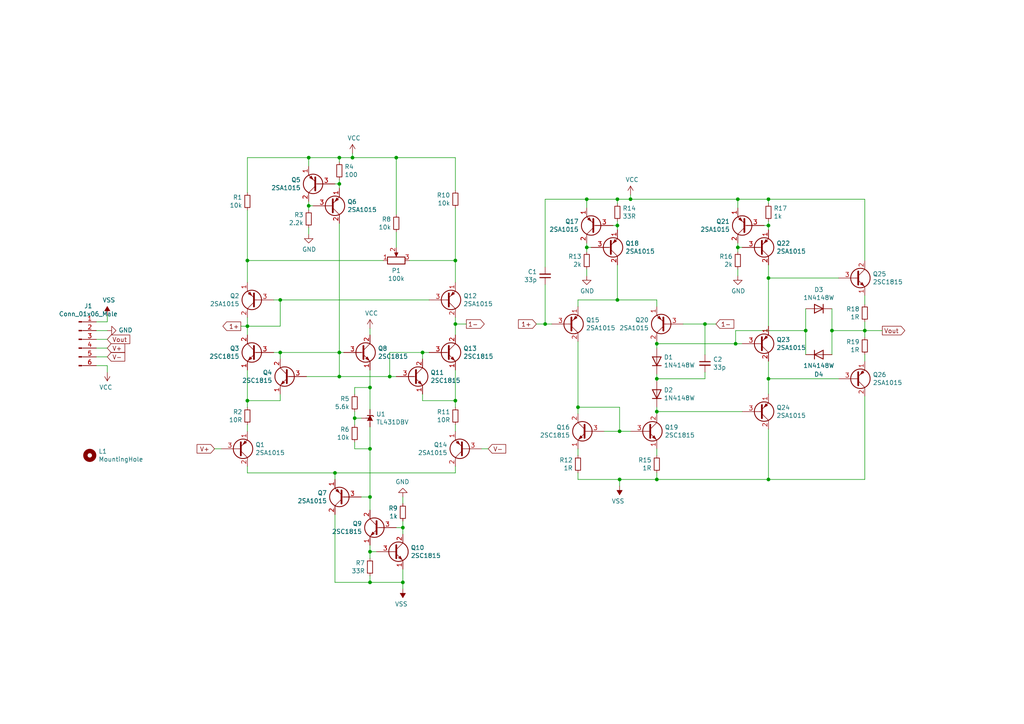
<source format=kicad_sch>
(kicad_sch (version 20230121) (generator eeschema)
  (paper "A4")
  (title_block (title "Ouroboros operational amplifier") (date "2019-05-24") (rev "1.0") (company "Designed by Álvaro \"Gondolindrim\"") (comment 1 "Ouroboros is part of the Acheron Project"))
  (lib_symbols
    (symbol "Device:C_Small" (pin_numbers hide) (pin_names (offset 0.254) hide)
      (property "Reference" "C" (at 0.254 1.778 0))
      (property "Value" "C_Small" (at 0.254 -2.032 0))
      (symbol "C_Small_0_1"
        (polyline (pts (xy -1.524 -0.508) (xy 1.524 -0.508)) (stroke (width 0.3302)))
        (polyline (pts (xy -1.524 0.508) (xy 1.524 0.508)) (stroke (width 0.3048)))
      )
      (symbol "C_Small_1_1"
        (pin passive line (at 0 2.54 270) (length 2.032) (name "~") (number "1"))
        (pin passive line (at 0 -2.54 90) (length 2.032) (name "~") (number "2"))
      )
    )
    (symbol "Device:R_Small" (pin_numbers hide) (pin_names (offset 0.254) hide)
      (property "Reference" "R" (at 0.762 0.508 0))
      (property "Value" "R_Small" (at 0.762 -1.016 0))
      (symbol "R_Small_0_1"
        (rectangle (start -0.762 1.778) (end 0.762 -1.778) (stroke (width 0.2032)))
      )
      (symbol "R_Small_1_1"
        (pin passive line (at 0 2.54 270) (length 0.762) (name "~") (number "1"))
        (pin passive line (at 0 -2.54 90) (length 0.762) (name "~") (number "2"))
      )
    )
    (symbol "Diode:1N4148W" (pin_numbers hide) (pin_names hide)
      (property "Reference" "D" (at 0 2.54 0))
      (property "Value" "1N4148W" (at 0 -2.54 0))
      (symbol "1N4148W_0_1"
        (polyline (pts (xy -1.27 1.27) (xy -1.27 -1.27)) (stroke (width 0.254)))
        (polyline (pts (xy 1.27 0) (xy -1.27 0)))
        (polyline (pts (xy 1.27 1.27) (xy 1.27 -1.27) (xy -1.27 0) (xy 1.27 1.27)) (stroke (width 0.254)))
      )
      (symbol "1N4148W_1_1"
        (pin passive line (at -3.81 0 0) (length 2.54) (name "K") (number "1"))
        (pin passive line (at 3.81 0 180) (length 2.54) (name "A") (number "2"))
      )
    )
    (symbol "Mechanical:MountingHole" (pin_names (offset 1.016))
      (property "Reference" "H" (at 0 5.08 0))
      (property "Value" "MountingHole" (at 0 3.175 0))
      (symbol "MountingHole_0_1"
        (circle (center 0 0) (radius 1.27) (stroke (width 1.27)))
      )
    )
    (symbol "Reference_Voltage:TL431DBV" (pin_numbers hide) (pin_names hide)
      (property "Reference" "U" (at 0 -2.54 0))
      (property "Value" "TL431DBV" (at 0 -4.445 0))
      (symbol "TL431DBV_0_1"
        (polyline (pts (xy -2.54 0) (xy 0 0) (xy 2.54 0)))
        (polyline (pts (xy -0.762 0.762) (xy 0.762 0) (xy -0.762 -0.762)) (fill (type outline)))
        (polyline (pts (xy 0.508 -1.016) (xy 0.762 -0.762) (xy 0.762 0.762) (xy 0.762 0.762)) (stroke (width 0.254)))
      )
      (symbol "TL431DBV_1_1"
        (polyline (pts (xy 0 1.27) (xy 0 0)))
        (pin passive line (at 2.54 0 180) (length 1.27) (name "K") (number "3"))
        (pin passive line (at 0 2.54 270) (length 2.54) (name "REF") (number "4"))
        (pin passive line (at -2.54 0 0) (length 1.27) (name "A") (number "5"))
      )
    )
    (symbol "Transistor_BJT:2SA1015" (pin_names (offset 0) hide)
      (property "Reference" "Q" (at 5.08 1.905 0))
      (property "Value" "2SA1015" (at 5.08 0 0))
      (symbol "2SA1015_0_1"
        (polyline (pts (xy 0 0) (xy 0.635 0)))
        (polyline (pts (xy 2.54 -2.54) (xy 0.635 -0.635)))
        (polyline (pts (xy 2.54 2.54) (xy 0.635 0.635)))
        (polyline (pts (xy 0.635 1.905) (xy 0.635 -1.905) (xy 0.635 -1.905)) (stroke (width 0.508)) (fill (type outline)))
        (polyline (pts (xy 1.778 -2.286) (xy 2.286 -1.778) (xy 1.27 -1.27) (xy 1.778 -2.286) (xy 1.778 -2.286)) (fill (type outline)))
        (circle (center 1.27 0) (radius 2.8194) (stroke (width 0.254)))
      )
      (symbol "2SA1015_1_1"
        (pin passive line (at 2.54 -5.08 90) (length 2.54) (name "E") (number "1"))
        (pin passive line (at 2.54 5.08 270) (length 2.54) (name "C") (number "2"))
        (pin input line (at -5.08 0 0) (length 5.08) (name "B") (number "3"))
      )
    )
    (symbol "Transistor_BJT:2SC1815" (pin_names (offset 0) hide)
      (property "Reference" "Q" (at 5.08 1.905 0))
      (property "Value" "2SC1815" (at 5.08 0 0))
      (symbol "2SC1815_0_1"
        (polyline (pts (xy 0 0) (xy 0.508 0)))
        (polyline (pts (xy 0.635 0.635) (xy 2.54 2.54)))
        (polyline (pts (xy 0.635 -0.635) (xy 2.54 -2.54) (xy 2.54 -2.54)))
        (polyline (pts (xy 0.635 1.905) (xy 0.635 -1.905) (xy 0.635 -1.905)) (stroke (width 0.508)))
        (polyline (pts (xy 1.27 -1.778) (xy 1.778 -1.27) (xy 2.286 -2.286) (xy 1.27 -1.778) (xy 1.27 -1.778)) (fill (type outline)))
        (circle (center 1.27 0) (radius 2.8194) (stroke (width 0.254)))
      )
      (symbol "2SC1815_1_1"
        (pin passive line (at 2.54 -5.08 90) (length 2.54) (name "E") (number "1"))
        (pin passive line (at 2.54 5.08 270) (length 2.54) (name "C") (number "2"))
        (pin input line (at -5.08 0 0) (length 5.08) (name "B") (number "3"))
      )
    )
    (symbol "ouroboros-rescue:Conn_01x06_Male-Connector" (pin_names (offset 1.016) hide)
      (property "Reference" "J" (at 0 7.62 0))
      (property "Value" "Connector_Conn_01x06_Male" (at 0 -10.16 0))
      (symbol "Conn_01x06_Male-Connector_1_1"
        (polyline (pts (xy 1.27 -7.62) (xy 0.8636 -7.62)) (stroke (width 0.1524)))
        (polyline (pts (xy 1.27 -5.08) (xy 0.8636 -5.08)) (stroke (width 0.1524)))
        (polyline (pts (xy 1.27 -2.54) (xy 0.8636 -2.54)) (stroke (width 0.1524)))
        (polyline (pts (xy 1.27 0) (xy 0.8636 0)) (stroke (width 0.1524)))
        (polyline (pts (xy 1.27 2.54) (xy 0.8636 2.54)) (stroke (width 0.1524)))
        (polyline (pts (xy 1.27 5.08) (xy 0.8636 5.08)) (stroke (width 0.1524)))
        (rectangle (start 0.8636 -7.493) (end 0 -7.747) (stroke (width 0.1524)) (fill (type outline)))
        (rectangle (start 0.8636 -4.953) (end 0 -5.207) (stroke (width 0.1524)) (fill (type outline)))
        (rectangle (start 0.8636 -2.413) (end 0 -2.667) (stroke (width 0.1524)) (fill (type outline)))
        (rectangle (start 0.8636 0.127) (end 0 -0.127) (stroke (width 0.1524)) (fill (type outline)))
        (rectangle (start 0.8636 2.667) (end 0 2.413) (stroke (width 0.1524)) (fill (type outline)))
        (rectangle (start 0.8636 5.207) (end 0 4.953) (stroke (width 0.1524)) (fill (type outline)))
        (pin passive line (at 5.08 5.08 180) (length 3.81) (name "Pin_1") (number "1"))
        (pin passive line (at 5.08 2.54 180) (length 3.81) (name "Pin_2") (number "2"))
        (pin passive line (at 5.08 0 180) (length 3.81) (name "Pin_3") (number "3"))
        (pin passive line (at 5.08 -2.54 180) (length 3.81) (name "Pin_4") (number "4"))
        (pin passive line (at 5.08 -5.08 180) (length 3.81) (name "Pin_5") (number "5"))
        (pin passive line (at 5.08 -7.62 180) (length 3.81) (name "Pin_6") (number "6"))
      )
    )
    (symbol "ouroboros-rescue:R_POT-Device" (pin_names (offset 1.016) hide)
      (property "Reference" "RV" (at -4.445 0 90))
      (property "Value" "Device_R_POT" (at -2.54 0 90))
      (symbol "R_POT-Device_0_1"
        (polyline (pts (xy 2.54 0) (xy 1.524 0)))
        (polyline (pts (xy 1.143 0) (xy 2.286 0.508) (xy 2.286 -0.508) (xy 1.143 0)) (fill (type outline)))
        (rectangle (start 1.016 2.54) (end -1.016 -2.54) (stroke (width 0.254)))
      )
      (symbol "R_POT-Device_1_1"
        (pin passive line (at 0 3.81 270) (length 1.27) (name "1") (number "1"))
        (pin passive line (at 3.81 0 180) (length 1.27) (name "2") (number "2"))
        (pin passive line (at 0 -3.81 90) (length 1.27) (name "3") (number "3"))
      )
    )
    (symbol "power:GND" (power) (pin_names (offset 0))
      (property "Value" "GND" (at 0 -3.81 0))
      (symbol "GND_0_1"
        (polyline (pts (xy 0 0) (xy 0 -1.27) (xy 1.27 -1.27) (xy 0 -2.54) (xy -1.27 -1.27) (xy 0 -1.27)))
      )
      (symbol "GND_1_1"
        (pin power_in line (at 0 0 270) (length 0) hide (name "GND") (number "1"))
      )
    )
    (symbol "power:VCC" (power) (pin_names (offset 0))
      (property "Value" "VCC" (at 0 3.81 0))
      (symbol "VCC_0_1"
        (polyline (pts (xy -0.762 1.27) (xy 0 2.54)))
        (polyline (pts (xy 0 0) (xy 0 2.54)))
        (polyline (pts (xy 0 2.54) (xy 0.762 1.27)))
      )
      (symbol "VCC_1_1"
        (pin power_in line (at 0 0 90) (length 0) hide (name "VCC") (number "1"))
      )
    )
    (symbol "power:VSS" (power) (pin_names (offset 0))
      (property "Value" "VSS" (at 0 3.81 0))
      (symbol "VSS_0_1"
        (polyline (pts (xy 0 0) (xy 0 2.54)))
        (polyline (pts (xy 0.762 1.27) (xy -0.762 1.27) (xy 0 2.54) (xy 0.762 1.27)) (fill (type outline)))
      )
      (symbol "VSS_1_1"
        (pin power_in line (at 0 0 90) (length 0) hide (name "VSS") (number "1"))
      )
    )
  )
  (junction (at 71.755 75.565))
  (junction (at 98.425 53.34))
  (junction (at 190.5 139.065))
  (junction (at 132.08 116.205))
  (junction (at 107.315 130.175))
  (junction (at 222.885 80.645))
  (junction (at 98.425 102.235))
  (junction (at 107.315 160.02))
  (junction (at 222.885 139.065))
  (junction (at 190.5 99.695))
  (junction (at 170.18 57.785))
  (junction (at 158.115 93.98))
  (junction (at 98.425 109.22))
  (junction (at 71.755 94.615))
  (junction (at 71.755 116.205))
  (junction (at 113.03 109.22))
  (junction (at 89.535 59.69))
  (junction (at 81.28 102.235))
  (junction (at 132.08 93.98))
  (junction (at 107.315 144.145))
  (junction (at 179.705 125.095))
  (junction (at 222.885 109.855))
  (junction (at 222.885 57.785))
  (junction (at 107.315 168.91))
  (junction (at 167.64 118.11))
  (junction (at 98.425 45.72))
  (junction (at 222.885 65.405))
  (junction (at 89.535 45.72))
  (junction (at 132.08 75.565))
  (junction (at 179.07 86.995))
  (junction (at 190.5 109.855))
  (junction (at 190.5 119.38))
  (junction (at 213.36 99.695))
  (junction (at 179.07 65.405))
  (junction (at 122.555 102.235))
  (junction (at 179.705 139.065))
  (junction (at 102.87 121.285))
  (junction (at 250.825 95.885))
  (junction (at 116.84 168.91))
  (junction (at 213.995 71.755))
  (junction (at 116.84 153.035))
  (junction (at 102.235 45.72))
  (junction (at 97.155 137.16))
  (junction (at 233.68 95.885))
  (junction (at 241.3 95.885))
  (junction (at 107.315 112.395))
  (junction (at 114.935 45.72))
  (junction (at 182.88 57.785))
  (junction (at 213.995 57.785))
  (junction (at 179.07 57.785))
  (junction (at 81.28 86.995))
  (junction (at 170.18 71.755))
  (junction (at 204.47 93.98))
  (wire (pts (xy 250.825 139.065) (xy 250.825 114.935)))
  (wire (pts (xy 114.935 71.755) (xy 114.935 67.31)))
  (wire (pts (xy 116.84 151.13) (xy 116.84 153.035)))
  (wire (pts (xy 107.315 107.315) (xy 107.315 112.395)))
  (wire (pts (xy 190.5 137.16) (xy 190.5 139.065)))
  (wire (pts (xy 71.755 94.615) (xy 71.755 97.155)))
  (wire (pts (xy 98.425 109.22) (xy 113.03 109.22)))
  (wire (pts (xy 116.84 170.815) (xy 116.84 168.91)))
  (wire (pts (xy 233.68 95.885) (xy 213.36 95.885)))
  (wire (pts (xy 81.28 102.235) (xy 98.425 102.235)))
  (wire (pts (xy 222.885 124.46) (xy 222.885 139.065)))
  (wire (pts (xy 222.885 59.055) (xy 222.885 57.785)))
  (wire (pts (xy 104.775 121.285) (xy 102.87 121.285)))
  (wire (pts (xy 113.03 109.22) (xy 114.935 109.22)))
  (wire (pts (xy 241.3 89.535) (xy 241.3 95.885)))
  (wire (pts (xy 71.755 116.205) (xy 71.755 107.315)))
  (wire (pts (xy 222.885 57.785) (xy 250.825 57.785)))
  (wire (pts (xy 160.02 93.98) (xy 158.115 93.98)))
  (wire (pts (xy 171.45 71.755) (xy 170.18 71.755)))
  (wire (pts (xy 102.87 119.38) (xy 102.87 121.285)))
  (wire (pts (xy 222.885 109.855) (xy 222.885 114.3)))
  (wire (pts (xy 135.255 93.98) (xy 132.08 93.98)))
  (wire (pts (xy 213.995 73.025) (xy 213.995 71.755)))
  (wire (pts (xy 114.935 45.72) (xy 132.08 45.72)))
  (wire (pts (xy 190.5 109.855) (xy 204.47 109.855)))
  (wire (pts (xy 170.18 71.755) (xy 170.18 70.485)))
  (wire (pts (xy 81.28 86.995) (xy 124.46 86.995)))
  (wire (pts (xy 90.805 59.69) (xy 89.535 59.69)))
  (wire (pts (xy 250.825 97.79) (xy 250.825 95.885)))
  (wire (pts (xy 250.825 95.885) (xy 250.825 93.345)))
  (wire (pts (xy 98.425 45.72) (xy 102.235 45.72)))
  (wire (pts (xy 114.935 62.23) (xy 114.935 45.72)))
  (wire (pts (xy 222.885 104.775) (xy 222.885 109.855)))
  (wire (pts (xy 141.605 130.175) (xy 139.7 130.175)))
  (wire (pts (xy 71.755 92.075) (xy 71.755 94.615)))
  (wire (pts (xy 116.84 153.035) (xy 116.84 154.94)))
  (wire (pts (xy 190.5 99.695) (xy 190.5 99.06)))
  (wire (pts (xy 250.825 75.565) (xy 250.825 57.785)))
  (wire (pts (xy 122.555 114.3) (xy 122.555 116.205)))
  (wire (pts (xy 107.315 167.005) (xy 107.315 168.91)))
  (wire (pts (xy 182.88 56.515) (xy 182.88 57.785)))
  (wire (pts (xy 111.125 75.565) (xy 71.755 75.565)))
  (wire (pts (xy 179.07 57.785) (xy 182.88 57.785)))
  (wire (pts (xy 213.995 57.785) (xy 213.995 60.325)))
  (wire (pts (xy 88.9 109.22) (xy 98.425 109.22)))
  (wire (pts (xy 71.755 75.565) (xy 71.755 81.915)))
  (wire (pts (xy 102.87 112.395) (xy 107.315 112.395)))
  (wire (pts (xy 71.755 45.72) (xy 89.535 45.72)))
  (wire (pts (xy 204.47 109.855) (xy 204.47 107.95)))
  (wire (pts (xy 31.115 106.045) (xy 27.94 106.045)))
  (wire (pts (xy 250.825 104.775) (xy 250.825 102.87)))
  (wire (pts (xy 132.08 81.915) (xy 132.08 75.565)))
  (wire (pts (xy 241.3 95.885) (xy 250.825 95.885)))
  (wire (pts (xy 190.5 100.965) (xy 190.5 99.695)))
  (wire (pts (xy 62.23 130.175) (xy 64.135 130.175)))
  (wire (pts (xy 190.5 86.995) (xy 190.5 88.9)))
  (wire (pts (xy 98.425 102.235) (xy 99.695 102.235)))
  (wire (pts (xy 170.18 80.01) (xy 170.18 78.105)))
  (wire (pts (xy 71.755 116.205) (xy 71.755 118.11)))
  (wire (pts (xy 81.28 102.235) (xy 81.28 104.14)))
  (wire (pts (xy 97.155 168.91) (xy 107.315 168.91)))
  (wire (pts (xy 31.115 93.345) (xy 27.94 93.345)))
  (wire (pts (xy 97.155 139.065) (xy 97.155 137.16)))
  (wire (pts (xy 122.555 102.235) (xy 124.46 102.235)))
  (wire (pts (xy 221.615 65.405) (xy 222.885 65.405)))
  (wire (pts (xy 167.64 86.995) (xy 179.07 86.995)))
  (wire (pts (xy 71.755 60.96) (xy 71.755 75.565)))
  (wire (pts (xy 79.375 86.995) (xy 81.28 86.995)))
  (wire (pts (xy 222.885 80.645) (xy 222.885 94.615)))
  (wire (pts (xy 182.88 57.785) (xy 213.995 57.785)))
  (wire (pts (xy 167.64 132.08) (xy 167.64 130.175)))
  (wire (pts (xy 177.8 65.405) (xy 179.07 65.405)))
  (wire (pts (xy 102.87 114.3) (xy 102.87 112.395)))
  (wire (pts (xy 102.235 44.45) (xy 102.235 45.72)))
  (wire (pts (xy 213.995 71.755) (xy 213.995 70.485)))
  (wire (pts (xy 107.315 144.145) (xy 107.315 147.955)))
  (wire (pts (xy 207.645 93.98) (xy 204.47 93.98)))
  (wire (pts (xy 250.825 88.265) (xy 250.825 85.725)))
  (wire (pts (xy 98.425 64.77) (xy 98.425 102.235)))
  (wire (pts (xy 167.64 120.015) (xy 167.64 118.11)))
  (wire (pts (xy 107.315 123.825) (xy 107.315 130.175)))
  (wire (pts (xy 107.315 95.25) (xy 107.315 97.155)))
  (wire (pts (xy 190.5 110.49) (xy 190.5 109.855)))
  (wire (pts (xy 132.08 137.16) (xy 132.08 135.255)))
  (wire (pts (xy 89.535 59.69) (xy 89.535 58.42)))
  (wire (pts (xy 222.885 76.835) (xy 222.885 80.645)))
  (wire (pts (xy 107.315 160.02) (xy 107.315 161.925)))
  (wire (pts (xy 243.205 109.855) (xy 222.885 109.855)))
  (wire (pts (xy 31.115 91.44) (xy 31.115 93.345)))
  (wire (pts (xy 132.08 107.315) (xy 132.08 116.205)))
  (wire (pts (xy 179.705 139.065) (xy 179.705 140.97)))
  (wire (pts (xy 89.535 60.96) (xy 89.535 59.69)))
  (wire (pts (xy 190.5 139.065) (xy 222.885 139.065)))
  (wire (pts (xy 98.425 102.235) (xy 98.425 109.22)))
  (wire (pts (xy 175.26 125.095) (xy 179.705 125.095)))
  (wire (pts (xy 243.205 80.645) (xy 222.885 80.645)))
  (wire (pts (xy 81.28 114.3) (xy 81.28 116.205)))
  (wire (pts (xy 190.5 132.08) (xy 190.5 130.175)))
  (wire (pts (xy 190.5 119.38) (xy 190.5 118.11)))
  (wire (pts (xy 222.885 64.135) (xy 222.885 65.405)))
  (wire (pts (xy 233.68 95.885) (xy 233.68 102.87)))
  (wire (pts (xy 107.315 130.175) (xy 107.315 144.145)))
  (wire (pts (xy 116.84 168.91) (xy 116.84 165.1)))
  (wire (pts (xy 222.885 57.785) (xy 213.995 57.785)))
  (wire (pts (xy 81.28 116.205) (xy 71.755 116.205)))
  (wire (pts (xy 179.705 139.065) (xy 167.64 139.065)))
  (wire (pts (xy 31.115 98.425) (xy 27.94 98.425)))
  (wire (pts (xy 107.315 168.91) (xy 116.84 168.91)))
  (wire (pts (xy 98.425 46.99) (xy 98.425 45.72)))
  (wire (pts (xy 102.87 128.27) (xy 102.87 130.175)))
  (wire (pts (xy 190.5 99.695) (xy 213.36 99.695)))
  (wire (pts (xy 98.425 45.72) (xy 89.535 45.72)))
  (wire (pts (xy 104.775 144.145) (xy 107.315 144.145)))
  (wire (pts (xy 213.36 99.695) (xy 215.265 99.695)))
  (wire (pts (xy 167.64 139.065) (xy 167.64 137.16)))
  (wire (pts (xy 102.87 121.285) (xy 102.87 123.19)))
  (wire (pts (xy 79.375 102.235) (xy 81.28 102.235)))
  (wire (pts (xy 222.885 139.065) (xy 250.825 139.065)))
  (wire (pts (xy 132.08 92.075) (xy 132.08 93.98)))
  (wire (pts (xy 132.08 45.72) (xy 132.08 55.245)))
  (wire (pts (xy 98.425 53.34) (xy 98.425 54.61)))
  (wire (pts (xy 213.995 80.01) (xy 213.995 78.105)))
  (wire (pts (xy 155.575 93.98) (xy 158.115 93.98)))
  (wire (pts (xy 97.155 137.16) (xy 132.08 137.16)))
  (wire (pts (xy 27.94 95.885) (xy 31.115 95.885)))
  (wire (pts (xy 233.68 89.535) (xy 233.68 95.885)))
  (wire (pts (xy 114.935 153.035) (xy 116.84 153.035)))
  (wire (pts (xy 179.705 118.11) (xy 167.64 118.11)))
  (wire (pts (xy 107.315 158.115) (xy 107.315 160.02)))
  (wire (pts (xy 179.07 57.785) (xy 170.18 57.785)))
  (wire (pts (xy 190.5 139.065) (xy 179.705 139.065)))
  (wire (pts (xy 179.07 86.995) (xy 190.5 86.995)))
  (wire (pts (xy 222.885 65.405) (xy 222.885 66.675)))
  (wire (pts (xy 179.705 125.095) (xy 179.705 118.11)))
  (wire (pts (xy 250.825 95.885) (xy 255.905 95.885)))
  (wire (pts (xy 179.705 125.095) (xy 182.88 125.095)))
  (wire (pts (xy 109.22 160.02) (xy 107.315 160.02)))
  (wire (pts (xy 170.18 57.785) (xy 170.18 60.325)))
  (wire (pts (xy 204.47 93.98) (xy 198.12 93.98)))
  (wire (pts (xy 167.64 88.9) (xy 167.64 86.995)))
  (wire (pts (xy 179.07 64.135) (xy 179.07 65.405)))
  (wire (pts (xy 179.07 76.835) (xy 179.07 86.995)))
  (wire (pts (xy 190.5 120.015) (xy 190.5 119.38)))
  (wire (pts (xy 132.08 93.98) (xy 132.08 97.155)))
  (wire (pts (xy 179.07 59.055) (xy 179.07 57.785)))
  (wire (pts (xy 97.155 53.34) (xy 98.425 53.34)))
  (wire (pts (xy 170.18 73.025) (xy 170.18 71.755)))
  (wire (pts (xy 97.155 149.225) (xy 97.155 168.91)))
  (wire (pts (xy 31.115 107.95) (xy 31.115 106.045)))
  (wire (pts (xy 190.5 119.38) (xy 215.265 119.38)))
  (wire (pts (xy 241.3 95.885) (xy 241.3 102.87)))
  (wire (pts (xy 71.755 135.255) (xy 71.755 137.16)))
  (wire (pts (xy 81.28 94.615) (xy 81.28 86.995)))
  (wire (pts (xy 116.84 144.145) (xy 116.84 146.05)))
  (wire (pts (xy 179.07 65.405) (xy 179.07 66.675)))
  (wire (pts (xy 113.03 109.22) (xy 113.03 102.235)))
  (wire (pts (xy 89.535 45.72) (xy 89.535 48.26)))
  (wire (pts (xy 89.535 67.945) (xy 89.535 66.04)))
  (wire (pts (xy 71.755 137.16) (xy 97.155 137.16)))
  (wire (pts (xy 132.08 116.205) (xy 132.08 118.11)))
  (wire (pts (xy 71.755 94.615) (xy 81.28 94.615)))
  (wire (pts (xy 132.08 123.19) (xy 132.08 125.095)))
  (wire (pts (xy 158.115 93.98) (xy 158.115 82.55)))
  (wire (pts (xy 132.08 75.565) (xy 132.08 60.325)))
  (wire (pts (xy 98.425 52.07) (xy 98.425 53.34)))
  (wire (pts (xy 71.755 94.615) (xy 69.85 94.615)))
  (wire (pts (xy 27.94 103.505) (xy 31.115 103.505)))
  (wire (pts (xy 27.94 100.965) (xy 31.115 100.965)))
  (wire (pts (xy 167.64 118.11) (xy 167.64 99.06)))
  (wire (pts (xy 71.755 123.19) (xy 71.755 125.095)))
  (wire (pts (xy 102.235 45.72) (xy 114.935 45.72)))
  (wire (pts (xy 118.745 75.565) (xy 132.08 75.565)))
  (wire (pts (xy 158.115 57.785) (xy 170.18 57.785)))
  (wire (pts (xy 204.47 102.87) (xy 204.47 93.98)))
  (wire (pts (xy 158.115 57.785) (xy 158.115 77.47)))
  (wire (pts (xy 215.265 71.755) (xy 213.995 71.755)))
  (wire (pts (xy 213.36 95.885) (xy 213.36 99.695)))
  (wire (pts (xy 71.755 55.88) (xy 71.755 45.72)))
  (wire (pts (xy 113.03 102.235) (xy 122.555 102.235)))
  (wire (pts (xy 122.555 116.205) (xy 132.08 116.205)))
  (wire (pts (xy 102.87 130.175) (xy 107.315 130.175)))
  (wire (pts (xy 190.5 109.855) (xy 190.5 108.585)))
  (wire (pts (xy 107.315 112.395) (xy 107.315 118.745)))
  (wire (pts (xy 122.555 104.14) (xy 122.555 102.235)))
  (global_label "1-" (shape output) (at 135.255 93.98 0) (property "Intersheetrefs" "${INTERSHEET_REFS}" (effects hide)))
  (global_label "Vout" (shape input) (at 31.115 98.425 0) (property "Intersheetrefs" "${INTERSHEET_REFS}" (effects hide)))
  (global_label "V-" (shape input) (at 31.115 103.505 0) (property "Intersheetrefs" "${INTERSHEET_REFS}" (effects hide)))
  (global_label "V-" (shape input) (at 141.605 130.175 0) (property "Intersheetrefs" "${INTERSHEET_REFS}" (effects hide)))
  (global_label "1+" (shape input) (at 155.575 93.98 180) (property "Intersheetrefs" "${INTERSHEET_REFS}" (effects hide)))
  (global_label "V+" (shape input) (at 31.115 100.965 0) (property "Intersheetrefs" "${INTERSHEET_REFS}" (effects hide)))
  (global_label "1-" (shape input) (at 207.645 93.98 0) (property "Intersheetrefs" "${INTERSHEET_REFS}" (effects hide)))
  (global_label "Vout" (shape output) (at 255.905 95.885 0) (property "Intersheetrefs" "${INTERSHEET_REFS}" (effects hide)))
  (global_label "1+" (shape output) (at 69.85 94.615 180) (property "Intersheetrefs" "${INTERSHEET_REFS}" (effects hide)))
  (global_label "V+" (shape input) (at 62.23 130.175 180) (property "Intersheetrefs" "${INTERSHEET_REFS}" (effects hide)))
  (symbol (lib_id "ouroboros-rescue:R_POT-Device") (at 114.935 75.565 90) (unit 1)
    (property "Reference" "P1" (at 114.935 78.486 90))
    (property "Value" "100k" (at 114.935 80.7974 90))
    (property "Footprint" "acheronHardware:3313J" (effects hide))
  )
  (symbol (lib_id "Device:R_Small") (at 89.535 63.5 0) (mirror x) (unit 1)
    (property "Reference" "R3" (at 88.0364 62.3316 0) (effects (justify right)))
    (property "Value" "2.2k" (at 88.0364 64.643 0) (effects (justify right)))
    (property "Footprint" "Resistor_SMD:R_0805_2012Metric_Pad1.15x1.40mm_HandSolder" (effects hide))
  )
  (symbol (lib_id "Transistor_BJT:2SA1015") (at 92.075 53.34 180) (unit 1)
    (property "Reference" "Q5" (at 87.2236 52.1716 0) (effects (justify left)))
    (property "Value" "2SA1015" (at 87.2236 54.483 0) (effects (justify left)))
    (property "Footprint" "Package_TO_SOT_SMD:SOT-23" (effects hide))
    (property "Datasheet" "http://www.datasheetcatalog.org/datasheet/toshiba/905.pdf" (effects hide))
  )
  (symbol (lib_id "Transistor_BJT:2SC1815") (at 74.295 102.235 0) (mirror y) (unit 1)
    (property "Reference" "Q3" (at 69.4436 101.0666 0) (effects (justify left)))
    (property "Value" "2SC1815" (at 69.4436 103.378 0) (effects (justify left)))
    (property "Footprint" "Package_TO_SOT_SMD:SOT-23" (effects hide))
    (property "Datasheet" "https://media.digikey.com/pdf/Data%20Sheets/Toshiba%20PDFs/2SC1815.pdf" (effects hide))
  )
  (symbol (lib_id "Transistor_BJT:2SA1015") (at 95.885 59.69 0) (mirror x) (unit 1)
    (property "Reference" "Q6" (at 100.7364 58.5216 0) (effects (justify left)))
    (property "Value" "2SA1015" (at 100.7364 60.833 0) (effects (justify left)))
    (property "Footprint" "Package_TO_SOT_SMD:SOT-23" (effects hide))
    (property "Datasheet" "http://www.datasheetcatalog.org/datasheet/toshiba/905.pdf" (effects hide))
  )
  (symbol (lib_id "Device:R_Small") (at 98.425 49.53 0) (unit 1)
    (property "Reference" "R4" (at 99.9236 48.3616 0) (effects (justify left)))
    (property "Value" "100" (at 99.9236 50.673 0) (effects (justify left)))
    (property "Footprint" "Resistor_SMD:R_0805_2012Metric_Pad1.15x1.40mm_HandSolder" (effects hide))
  )
  (symbol (lib_id "power:GND") (at 89.535 67.945 0) (unit 1)
    (property "Reference" "#PWR0101" (effects hide))
    (property "Value" "GND" (at 89.662 72.3392 0))
  )
  (symbol (lib_id "Device:R_Small") (at 114.935 64.77 0) (mirror x) (unit 1)
    (property "Reference" "R8" (at 113.4364 63.6016 0) (effects (justify right)))
    (property "Value" "10k" (at 113.4364 65.913 0) (effects (justify right)))
    (property "Footprint" "Resistor_SMD:R_0805_2012Metric_Pad1.15x1.40mm_HandSolder" (effects hide))
  )
  (symbol (lib_id "Device:R_Small") (at 132.08 57.785 0) (mirror x) (unit 1)
    (property "Reference" "R10" (at 130.5814 56.6166 0) (effects (justify right)))
    (property "Value" "10k" (at 130.5814 58.928 0) (effects (justify right)))
    (property "Footprint" "Resistor_SMD:R_0805_2012Metric_Pad1.15x1.40mm_HandSolder" (effects hide))
  )
  (symbol (lib_id "Device:R_Small") (at 71.755 58.42 0) (mirror x) (unit 1)
    (property "Reference" "R1" (at 70.2564 57.2516 0) (effects (justify right)))
    (property "Value" "10k" (at 70.2564 59.563 0) (effects (justify right)))
    (property "Footprint" "Resistor_SMD:R_0805_2012Metric_Pad1.15x1.40mm_HandSolder" (effects hide))
  )
  (symbol (lib_id "Transistor_BJT:2SA1015") (at 74.295 86.995 180) (unit 1)
    (property "Reference" "Q2" (at 69.4436 85.8266 0) (effects (justify left)))
    (property "Value" "2SA1015" (at 69.4436 88.138 0) (effects (justify left)))
    (property "Footprint" "Package_TO_SOT_SMD:SOT-23" (effects hide))
    (property "Datasheet" "http://www.datasheetcatalog.org/datasheet/toshiba/905.pdf" (effects hide))
  )
  (symbol (lib_id "Transistor_BJT:2SA1015") (at 129.54 86.995 0) (mirror x) (unit 1)
    (property "Reference" "Q12" (at 134.3914 85.8266 0) (effects (justify left)))
    (property "Value" "2SA1015" (at 134.3914 88.138 0) (effects (justify left)))
    (property "Footprint" "Package_TO_SOT_SMD:SOT-23" (effects hide))
    (property "Datasheet" "http://www.datasheetcatalog.org/datasheet/toshiba/905.pdf" (effects hide))
  )
  (symbol (lib_id "Transistor_BJT:2SC1815") (at 129.54 102.235 0) (unit 1)
    (property "Reference" "Q13" (at 134.366 101.0666 0) (effects (justify left)))
    (property "Value" "2SC1815" (at 134.366 103.378 0) (effects (justify left)))
    (property "Footprint" "Package_TO_SOT_SMD:SOT-23" (effects hide))
    (property "Datasheet" "https://media.digikey.com/pdf/Data%20Sheets/Toshiba%20PDFs/2SC1815.pdf" (effects hide))
  )
  (symbol (lib_id "Transistor_BJT:2SC1815") (at 104.775 102.235 0) (unit 1)
    (property "Reference" "Q8" (at 109.601 101.0666 0) (effects (justify left)))
    (property "Value" "2SC1815" (at 109.601 103.378 0) (effects (justify left)))
    (property "Footprint" "Package_TO_SOT_SMD:SOT-23" (effects hide))
    (property "Datasheet" "https://media.digikey.com/pdf/Data%20Sheets/Toshiba%20PDFs/2SC1815.pdf" (effects hide))
  )
  (symbol (lib_id "Transistor_BJT:2SC1815") (at 83.82 109.22 0) (mirror y) (unit 1)
    (property "Reference" "Q4" (at 78.9686 108.0516 0) (effects (justify left)))
    (property "Value" "2SC1815" (at 78.9686 110.363 0) (effects (justify left)))
    (property "Footprint" "Package_TO_SOT_SMD:SOT-23" (effects hide))
    (property "Datasheet" "https://media.digikey.com/pdf/Data%20Sheets/Toshiba%20PDFs/2SC1815.pdf" (effects hide))
  )
  (symbol (lib_id "Transistor_BJT:2SC1815") (at 120.015 109.22 0) (unit 1)
    (property "Reference" "Q11" (at 124.841 108.0516 0) (effects (justify left)))
    (property "Value" "2SC1815" (at 124.841 110.363 0) (effects (justify left)))
    (property "Footprint" "Package_TO_SOT_SMD:SOT-23" (effects hide))
    (property "Datasheet" "https://media.digikey.com/pdf/Data%20Sheets/Toshiba%20PDFs/2SC1815.pdf" (effects hide))
  )
  (symbol (lib_id "power:VCC") (at 107.315 95.25 0) (unit 1)
    (property "Reference" "#PWR0102" (effects hide))
    (property "Value" "VCC" (at 107.7468 90.8558 0))
  )
  (symbol (lib_id "power:VCC") (at 102.235 44.45 0) (unit 1)
    (property "Reference" "#PWR0103" (effects hide))
    (property "Value" "VCC" (at 102.6668 40.0558 0))
  )
  (symbol (lib_id "Reference_Voltage:TL431DBV") (at 107.315 121.285 90) (unit 1)
    (property "Reference" "U1" (at 109.093 120.1166 90) (effects (justify right)))
    (property "Value" "TL431DBV" (at 109.093 122.428 90) (effects (justify right)))
    (property "Footprint" "Package_TO_SOT_SMD:SOT-23-5" (effects hide))
    (property "Datasheet" "http://www.ti.com/lit/ds/symlink/tl431.pdf" (effects hide))
  )
  (symbol (lib_id "Device:R_Small") (at 102.87 116.84 0) (mirror x) (unit 1)
    (property "Reference" "R5" (at 101.3714 115.6716 0) (effects (justify right)))
    (property "Value" "5.6k" (at 101.3714 117.983 0) (effects (justify right)))
    (property "Footprint" "Resistor_SMD:R_0805_2012Metric_Pad1.15x1.40mm_HandSolder" (effects hide))
  )
  (symbol (lib_id "Device:R_Small") (at 102.87 125.73 0) (mirror x) (unit 1)
    (property "Reference" "R6" (at 101.3714 124.5616 0) (effects (justify right)))
    (property "Value" "10k" (at 101.3714 126.873 0) (effects (justify right)))
    (property "Footprint" "Resistor_SMD:R_0805_2012Metric_Pad1.15x1.40mm_HandSolder" (effects hide))
  )
  (symbol (lib_id "Device:R_Small") (at 71.755 120.65 0) (mirror x) (unit 1)
    (property "Reference" "R2" (at 70.2818 119.4816 0) (effects (justify right)))
    (property "Value" "10R" (at 70.2818 121.793 0) (effects (justify right)))
    (property "Footprint" "Resistor_SMD:R_0805_2012Metric_Pad1.15x1.40mm_HandSolder" (effects hide))
  )
  (symbol (lib_id "Transistor_BJT:2SA1015") (at 69.215 130.175 0) (mirror x) (unit 1)
    (property "Reference" "Q1" (at 74.0664 129.0066 0) (effects (justify left)))
    (property "Value" "2SA1015" (at 74.0664 131.318 0) (effects (justify left)))
    (property "Footprint" "Package_TO_SOT_SMD:SOT-23" (effects hide))
    (property "Datasheet" "http://www.datasheetcatalog.org/datasheet/toshiba/905.pdf" (effects hide))
  )
  (symbol (lib_id "Device:R_Small") (at 132.08 120.65 0) (mirror x) (unit 1)
    (property "Reference" "R11" (at 130.6068 119.4816 0) (effects (justify right)))
    (property "Value" "10R" (at 130.6068 121.793 0) (effects (justify right)))
    (property "Footprint" "Resistor_SMD:R_0805_2012Metric_Pad1.15x1.40mm_HandSolder" (effects hide))
  )
  (symbol (lib_id "Transistor_BJT:2SA1015") (at 134.62 130.175 180) (unit 1)
    (property "Reference" "Q14" (at 129.7686 129.0066 0) (effects (justify left)))
    (property "Value" "2SA1015" (at 129.7686 131.318 0) (effects (justify left)))
    (property "Footprint" "Package_TO_SOT_SMD:SOT-23" (effects hide))
    (property "Datasheet" "http://www.datasheetcatalog.org/datasheet/toshiba/905.pdf" (effects hide))
  )
  (symbol (lib_id "Transistor_BJT:2SA1015") (at 99.695 144.145 180) (unit 1)
    (property "Reference" "Q7" (at 94.8436 142.9766 0) (effects (justify left)))
    (property "Value" "2SA1015" (at 94.8436 145.288 0) (effects (justify left)))
    (property "Footprint" "Package_TO_SOT_SMD:SOT-23" (effects hide))
    (property "Datasheet" "http://www.datasheetcatalog.org/datasheet/toshiba/905.pdf" (effects hide))
  )
  (symbol (lib_id "Transistor_BJT:2SC1815") (at 109.855 153.035 0) (mirror y) (unit 1)
    (property "Reference" "Q9" (at 105.0036 151.8666 0) (effects (justify left)))
    (property "Value" "2SC1815" (at 105.0036 154.178 0) (effects (justify left)))
    (property "Footprint" "Package_TO_SOT_SMD:SOT-23" (effects hide))
    (property "Datasheet" "https://media.digikey.com/pdf/Data%20Sheets/Toshiba%20PDFs/2SC1815.pdf" (effects hide))
  )
  (symbol (lib_id "Transistor_BJT:2SC1815") (at 114.3 160.02 0) (unit 1)
    (property "Reference" "Q10" (at 119.126 158.8516 0) (effects (justify left)))
    (property "Value" "2SC1815" (at 119.126 161.163 0) (effects (justify left)))
    (property "Footprint" "Package_TO_SOT_SMD:SOT-23" (effects hide))
    (property "Datasheet" "https://media.digikey.com/pdf/Data%20Sheets/Toshiba%20PDFs/2SC1815.pdf" (effects hide))
  )
  (symbol (lib_id "Device:R_Small") (at 107.315 164.465 0) (mirror x) (unit 1)
    (property "Reference" "R7" (at 105.8418 163.2966 0) (effects (justify right)))
    (property "Value" "33R" (at 105.8418 165.608 0) (effects (justify right)))
    (property "Footprint" "Resistor_SMD:R_0805_2012Metric_Pad1.15x1.40mm_HandSolder" (effects hide))
  )
  (symbol (lib_id "Device:R_Small") (at 116.84 148.59 0) (mirror x) (unit 1)
    (property "Reference" "R9" (at 115.3668 147.4216 0) (effects (justify right)))
    (property "Value" "1k" (at 115.3668 149.733 0) (effects (justify right)))
    (property "Footprint" "Resistor_SMD:R_0805_2012Metric_Pad1.15x1.40mm_HandSolder" (effects hide))
  )
  (symbol (lib_id "power:GND") (at 116.84 144.145 180) (unit 1)
    (property "Reference" "#PWR0104" (effects hide))
    (property "Value" "GND" (at 116.713 139.7508 0))
  )
  (symbol (lib_id "power:VSS") (at 116.84 170.815 180) (unit 1)
    (property "Reference" "#PWR0105" (effects hide))
    (property "Value" "VSS" (at 116.3828 175.2092 0))
  )
  (symbol (lib_id "ouroboros-rescue:Conn_01x06_Male-Connector") (at 22.86 98.425 0) (unit 1)
    (property "Reference" "J1" (at 25.6032 88.7476 0))
    (property "Value" "Conn_01x06_Male" (at 25.6032 91.059 0))
    (property "Footprint" "acheronConnectors:male6pinHeader" (effects hide))
  )
  (symbol (lib_id "power:GND") (at 31.115 95.885 90) (unit 1)
    (property "Reference" "#PWR0106" (effects hide))
    (property "Value" "GND" (at 34.3662 95.758 90) (effects (justify right)))
  )
  (symbol (lib_id "power:VCC") (at 31.115 107.95 180) (unit 1)
    (property "Reference" "#PWR0107" (effects hide))
    (property "Value" "VCC" (at 30.6832 112.3442 0))
  )
  (symbol (lib_id "power:VSS") (at 31.115 91.44 0) (unit 1)
    (property "Reference" "#PWR0108" (effects hide))
    (property "Value" "VSS" (at 31.5722 87.0458 0))
  )
  (symbol (lib_id "Device:C_Small") (at 158.115 80.01 0) (mirror x) (unit 1)
    (property "Reference" "C1" (at 155.7782 78.8416 0) (effects (justify right)))
    (property "Value" "33p" (at 155.7782 81.153 0) (effects (justify right)))
    (property "Footprint" "Capacitor_SMD:C_0805_2012Metric_Pad1.15x1.40mm_HandSolder" (effects hide))
  )
  (symbol (lib_id "Device:R_Small") (at 170.18 75.565 0) (mirror x) (unit 1)
    (property "Reference" "R13" (at 168.7068 74.3966 0) (effects (justify right)))
    (property "Value" "2k" (at 168.7068 76.708 0) (effects (justify right)))
    (property "Footprint" "Resistor_SMD:R_0805_2012Metric_Pad1.15x1.40mm_HandSolder" (effects hide))
  )
  (symbol (lib_id "Transistor_BJT:2SA1015") (at 172.72 65.405 180) (unit 1)
    (property "Reference" "Q17" (at 167.8686 64.2366 0) (effects (justify left)))
    (property "Value" "2SA1015" (at 167.8686 66.548 0) (effects (justify left)))
    (property "Footprint" "Package_TO_SOT_SMD:SOT-23" (effects hide))
    (property "Datasheet" "http://www.datasheetcatalog.org/datasheet/toshiba/905.pdf" (effects hide))
  )
  (symbol (lib_id "Device:R_Small") (at 179.07 61.595 0) (unit 1)
    (property "Reference" "R14" (at 180.5686 60.4266 0) (effects (justify left)))
    (property "Value" "33R" (at 180.5686 62.738 0) (effects (justify left)))
    (property "Footprint" "Resistor_SMD:R_0805_2012Metric_Pad1.15x1.40mm_HandSolder" (effects hide))
  )
  (symbol (lib_id "Transistor_BJT:2SA1015") (at 176.53 71.755 0) (mirror x) (unit 1)
    (property "Reference" "Q18" (at 181.3814 70.5866 0) (effects (justify left)))
    (property "Value" "2SA1015" (at 181.3814 72.898 0) (effects (justify left)))
    (property "Footprint" "Package_TO_SOT_SMD:SOT-23" (effects hide))
    (property "Datasheet" "http://www.datasheetcatalog.org/datasheet/toshiba/905.pdf" (effects hide))
  )
  (symbol (lib_id "power:GND") (at 170.18 80.01 0) (unit 1)
    (property "Reference" "#PWR0109" (effects hide))
    (property "Value" "GND" (at 170.307 84.4042 0))
  )
  (symbol (lib_id "power:VCC") (at 182.88 56.515 0) (unit 1)
    (property "Reference" "#PWR0110" (effects hide))
    (property "Value" "VCC" (at 183.3118 52.1208 0))
  )
  (symbol (lib_id "Transistor_BJT:2SA1015") (at 165.1 93.98 0) (mirror x) (unit 1)
    (property "Reference" "Q15" (at 169.9514 92.8116 0) (effects (justify left)))
    (property "Value" "2SA1015" (at 169.9514 95.123 0) (effects (justify left)))
    (property "Footprint" "Package_TO_SOT_SMD:SOT-23" (effects hide))
    (property "Datasheet" "http://www.datasheetcatalog.org/datasheet/toshiba/905.pdf" (effects hide))
  )
  (symbol (lib_id "Transistor_BJT:2SA1015") (at 193.04 93.98 180) (unit 1)
    (property "Reference" "Q20" (at 188.1886 92.8116 0) (effects (justify left)))
    (property "Value" "2SA1015" (at 188.1886 95.123 0) (effects (justify left)))
    (property "Footprint" "Package_TO_SOT_SMD:SOT-23" (effects hide))
    (property "Datasheet" "http://www.datasheetcatalog.org/datasheet/toshiba/905.pdf" (effects hide))
  )
  (symbol (lib_id "Diode:1N4148W") (at 190.5 104.775 90) (unit 1)
    (property "Reference" "D1" (at 192.532 103.6066 90) (effects (justify right)))
    (property "Value" "1N4148W" (at 192.532 105.918 90) (effects (justify right)))
    (property "Footprint" "Diode_SMD:D_SOD-123" (effects hide))
    (property "Datasheet" "https://www.vishay.com/docs/85748/1n4148w.pdf" (effects hide))
  )
  (symbol (lib_id "Diode:1N4148W") (at 190.5 114.3 90) (unit 1)
    (property "Reference" "D2" (at 192.532 113.1316 90) (effects (justify right)))
    (property "Value" "1N4148W" (at 192.532 115.443 90) (effects (justify right)))
    (property "Footprint" "Diode_SMD:D_SOD-123" (effects hide))
    (property "Datasheet" "https://www.vishay.com/docs/85748/1n4148w.pdf" (effects hide))
  )
  (symbol (lib_id "Transistor_BJT:2SC1815") (at 170.18 125.095 0) (mirror y) (unit 1)
    (property "Reference" "Q16" (at 165.3286 123.9266 0) (effects (justify left)))
    (property "Value" "2SC1815" (at 165.3286 126.238 0) (effects (justify left)))
    (property "Footprint" "Package_TO_SOT_SMD:SOT-23" (effects hide))
    (property "Datasheet" "https://media.digikey.com/pdf/Data%20Sheets/Toshiba%20PDFs/2SC1815.pdf" (effects hide))
  )
  (symbol (lib_id "Transistor_BJT:2SC1815") (at 187.96 125.095 0) (unit 1)
    (property "Reference" "Q19" (at 192.786 123.9266 0) (effects (justify left)))
    (property "Value" "2SC1815" (at 192.786 126.238 0) (effects (justify left)))
    (property "Footprint" "Package_TO_SOT_SMD:SOT-23" (effects hide))
    (property "Datasheet" "https://media.digikey.com/pdf/Data%20Sheets/Toshiba%20PDFs/2SC1815.pdf" (effects hide))
  )
  (symbol (lib_id "Device:R_Small") (at 167.64 134.62 0) (mirror x) (unit 1)
    (property "Reference" "R12" (at 166.1414 133.4516 0) (effects (justify right)))
    (property "Value" "1R" (at 166.1414 135.763 0) (effects (justify right)))
    (property "Footprint" "Resistor_SMD:R_0805_2012Metric_Pad1.15x1.40mm_HandSolder" (effects hide))
  )
  (symbol (lib_id "Device:R_Small") (at 190.5 134.62 0) (mirror x) (unit 1)
    (property "Reference" "R15" (at 189.0014 133.4516 0) (effects (justify right)))
    (property "Value" "1R" (at 189.0014 135.763 0) (effects (justify right)))
    (property "Footprint" "Resistor_SMD:R_0805_2012Metric_Pad1.15x1.40mm_HandSolder" (effects hide))
  )
  (symbol (lib_id "power:VSS") (at 179.705 140.97 180) (unit 1)
    (property "Reference" "#PWR0111" (effects hide))
    (property "Value" "VSS" (at 179.2478 145.3642 0))
  )
  (symbol (lib_id "Device:C_Small") (at 204.47 105.41 0) (mirror y) (unit 1)
    (property "Reference" "C2" (at 206.8068 104.2416 0) (effects (justify right)))
    (property "Value" "33p" (at 206.8068 106.553 0) (effects (justify right)))
    (property "Footprint" "Capacitor_SMD:C_0805_2012Metric_Pad1.15x1.40mm_HandSolder" (effects hide))
  )
  (symbol (lib_id "Device:R_Small") (at 213.995 75.565 0) (mirror x) (unit 1)
    (property "Reference" "R16" (at 212.5218 74.3966 0) (effects (justify right)))
    (property "Value" "2k" (at 212.5218 76.708 0) (effects (justify right)))
    (property "Footprint" "Resistor_SMD:R_0805_2012Metric_Pad1.15x1.40mm_HandSolder" (effects hide))
  )
  (symbol (lib_id "Transistor_BJT:2SA1015") (at 216.535 65.405 180) (unit 1)
    (property "Reference" "Q21" (at 211.6836 64.2366 0) (effects (justify left)))
    (property "Value" "2SA1015" (at 211.6836 66.548 0) (effects (justify left)))
    (property "Footprint" "Package_TO_SOT_SMD:SOT-23" (effects hide))
    (property "Datasheet" "http://www.datasheetcatalog.org/datasheet/toshiba/905.pdf" (effects hide))
  )
  (symbol (lib_id "Device:R_Small") (at 222.885 61.595 0) (unit 1)
    (property "Reference" "R17" (at 224.3836 60.4266 0) (effects (justify left)))
    (property "Value" "1k" (at 224.3836 62.738 0) (effects (justify left)))
    (property "Footprint" "Resistor_SMD:R_0805_2012Metric_Pad1.15x1.40mm_HandSolder" (effects hide))
  )
  (symbol (lib_id "Transistor_BJT:2SA1015") (at 220.345 71.755 0) (mirror x) (unit 1)
    (property "Reference" "Q22" (at 225.1964 70.5866 0) (effects (justify left)))
    (property "Value" "2SA1015" (at 225.1964 72.898 0) (effects (justify left)))
    (property "Footprint" "Package_TO_SOT_SMD:SOT-23" (effects hide))
    (property "Datasheet" "http://www.datasheetcatalog.org/datasheet/toshiba/905.pdf" (effects hide))
  )
  (symbol (lib_id "power:GND") (at 213.995 80.01 0) (unit 1)
    (property "Reference" "#PWR0112" (effects hide))
    (property "Value" "GND" (at 214.122 84.4042 0))
  )
  (symbol (lib_id "Transistor_BJT:2SA1015") (at 220.345 99.695 0) (mirror x) (unit 1)
    (property "Reference" "Q23" (at 225.1964 98.5266 0) (effects (justify left)))
    (property "Value" "2SA1015" (at 225.1964 100.838 0) (effects (justify left)))
    (property "Footprint" "Package_TO_SOT_SMD:SOT-23" (effects hide))
    (property "Datasheet" "http://www.datasheetcatalog.org/datasheet/toshiba/905.pdf" (effects hide))
  )
  (symbol (lib_id "Transistor_BJT:2SA1015") (at 220.345 119.38 0) (mirror x) (unit 1)
    (property "Reference" "Q24" (at 225.1964 118.2116 0) (effects (justify left)))
    (property "Value" "2SA1015" (at 225.1964 120.523 0) (effects (justify left)))
    (property "Footprint" "Package_TO_SOT_SMD:SOT-23" (effects hide))
    (property "Datasheet" "http://www.datasheetcatalog.org/datasheet/toshiba/905.pdf" (effects hide))
  )
  (symbol (lib_id "Transistor_BJT:2SC1815") (at 248.285 80.645 0) (unit 1)
    (property "Reference" "Q25" (at 253.111 79.4766 0) (effects (justify left)))
    (property "Value" "2SC1815" (at 253.111 81.788 0) (effects (justify left)))
    (property "Footprint" "Package_TO_SOT_SMD:SOT-23" (effects hide))
    (property "Datasheet" "https://media.digikey.com/pdf/Data%20Sheets/Toshiba%20PDFs/2SC1815.pdf" (effects hide))
  )
  (symbol (lib_id "Transistor_BJT:2SA1015") (at 248.285 109.855 0) (mirror x) (unit 1)
    (property "Reference" "Q26" (at 253.1364 108.6866 0) (effects (justify left)))
    (property "Value" "2SA1015" (at 253.1364 110.998 0) (effects (justify left)))
    (property "Footprint" "Package_TO_SOT_SMD:SOT-23" (effects hide))
    (property "Datasheet" "http://www.datasheetcatalog.org/datasheet/toshiba/905.pdf" (effects hide))
  )
  (symbol (lib_id "Device:R_Small") (at 250.825 90.805 0) (mirror x) (unit 1)
    (property "Reference" "R18" (at 249.3264 89.6366 0) (effects (justify right)))
    (property "Value" "1R" (at 249.3264 91.948 0) (effects (justify right)))
    (property "Footprint" "Resistor_SMD:R_0805_2012Metric_Pad1.15x1.40mm_HandSolder" (effects hide))
  )
  (symbol (lib_id "Device:R_Small") (at 250.825 100.33 0) (mirror x) (unit 1)
    (property "Reference" "R19" (at 249.3264 99.1616 0) (effects (justify right)))
    (property "Value" "1R" (at 249.3264 101.473 0) (effects (justify right)))
    (property "Footprint" "Resistor_SMD:R_0805_2012Metric_Pad1.15x1.40mm_HandSolder" (effects hide))
  )
  (symbol (lib_id "Diode:1N4148W") (at 237.49 89.535 180) (unit 1)
    (property "Reference" "D3" (at 237.49 84.0232 0))
    (property "Value" "1N4148W" (at 237.49 86.3346 0))
    (property "Footprint" "Diode_SMD:D_SOD-123" (effects hide))
    (property "Datasheet" "https://www.vishay.com/docs/85748/1n4148w.pdf" (effects hide))
  )
  (symbol (lib_id "Diode:1N4148W") (at 237.49 102.87 0) (unit 1)
    (property "Reference" "D4" (at 237.49 108.585 0))
    (property "Value" "1N4148W" (at 237.49 106.045 0))
    (property "Footprint" "Diode_SMD:D_SOD-123" (effects hide))
    (property "Datasheet" "https://www.vishay.com/docs/85748/1n4148w.pdf" (effects hide))
  )
  (symbol (lib_id "Mechanical:MountingHole") (at 26.035 132.08 0) (unit 1)
    (property "Reference" "L1" (at 28.575 130.9116 0) (effects (justify left)))
    (property "Value" "MountingHole" (at 28.575 133.223 0) (effects (justify left)))
    (property "Footprint" "ouroborosLogo:ouroboros" (effects hide))
  )
)
</source>
